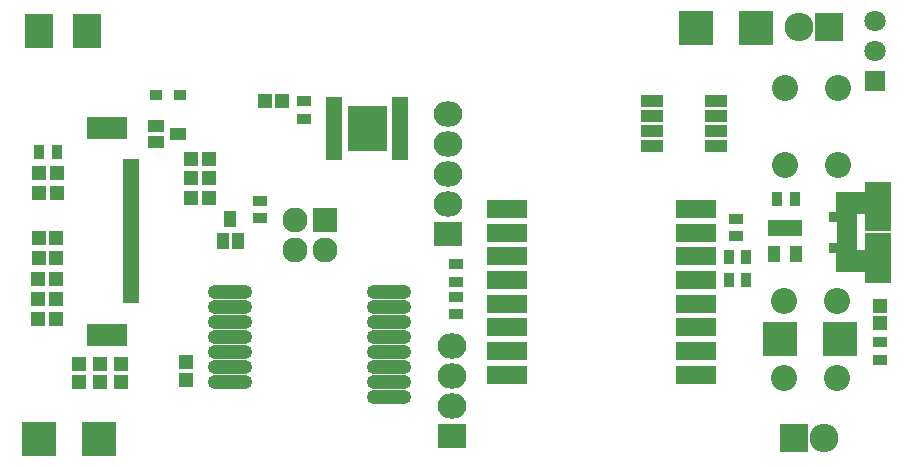
<source format=gbs>
G04 #@! TF.FileFunction,Soldermask,Bot*
%FSLAX46Y46*%
G04 Gerber Fmt 4.6, Leading zero omitted, Abs format (unit mm)*
G04 Created by KiCad (PCBNEW (2015-04-29 BZR 5630)-product) date Mon 29 Jun 2015 10:52:54 BST*
%MOMM*%
G01*
G04 APERTURE LIST*
%ADD10C,0.150000*%
%ADD11R,2.297380X1.573480*%
%ADD12R,2.297380X2.774900*%
%ADD13R,2.500580X1.873200*%
%ADD14R,2.400000X0.849580*%
%ADD15R,1.779220X0.849580*%
%ADD16R,2.950160X2.899360*%
%ADD17R,1.150000X1.200000*%
%ADD18R,1.200000X1.150000*%
%ADD19R,1.197560X1.197560*%
%ADD20R,2.432000X2.127200*%
%ADD21O,2.432000X2.127200*%
%ADD22R,3.400000X1.600000*%
%ADD23R,1.300000X0.900000*%
%ADD24R,0.900000X1.300000*%
%ADD25R,1.050000X1.460000*%
%ADD26O,3.752800X1.212800*%
%ADD27R,1.950000X1.000000*%
%ADD28R,0.999440X1.400760*%
%ADD29R,0.990000X0.850000*%
%ADD30R,2.400000X2.900000*%
%ADD31R,1.400760X0.999440*%
%ADD32R,1.450000X0.850000*%
%ADD33R,1.870000X1.295000*%
%ADD34R,1.797000X1.797000*%
%ADD35C,1.797000*%
%ADD36C,2.200860*%
%ADD37R,2.432000X2.432000*%
%ADD38O,2.432000X2.432000*%
%ADD39R,2.127200X2.127200*%
%ADD40O,2.127200X2.127200*%
%ADD41R,1.400760X0.669240*%
%ADD42R,3.400000X1.900000*%
G04 APERTURE END LIST*
D10*
D11*
X132232400Y-60833000D03*
X132232400Y-62509400D03*
D12*
X132232400Y-64584580D03*
X132232400Y-58757820D03*
D13*
X129933700Y-64132460D03*
X129933700Y-59209940D03*
D14*
X129273020Y-60370720D03*
D15*
X129573020Y-61020960D03*
X129573020Y-61671200D03*
X129573020Y-62321440D03*
D14*
X129273020Y-62971680D03*
D16*
X123916440Y-70713600D03*
X128965960Y-70713600D03*
D17*
X73609200Y-74156000D03*
X73609200Y-72656000D03*
D16*
X116804440Y-44348400D03*
X121853960Y-44348400D03*
D18*
X80276000Y-50546000D03*
X81776000Y-50546000D03*
D16*
X61178440Y-79146400D03*
X66227960Y-79146400D03*
D18*
X62573600Y-68986400D03*
X61073600Y-68986400D03*
X62573600Y-67310000D03*
X61073600Y-67310000D03*
X62624400Y-63855600D03*
X61124400Y-63855600D03*
X62624400Y-62179200D03*
X61124400Y-62179200D03*
X62675200Y-58369200D03*
X61175200Y-58369200D03*
X62573600Y-65582800D03*
X61073600Y-65582800D03*
X62675200Y-56642000D03*
X61175200Y-56642000D03*
D19*
X132384800Y-67881500D03*
X132384800Y-69380100D03*
D20*
X96113600Y-78892400D03*
D21*
X96113600Y-76352400D03*
X96113600Y-73812400D03*
X96113600Y-71272400D03*
D22*
X100813600Y-73716400D03*
X100813600Y-71716400D03*
X100813600Y-69716400D03*
X100813600Y-67716400D03*
X100813600Y-65716400D03*
X100813600Y-63716400D03*
X100813600Y-61716400D03*
X100813600Y-59716400D03*
X116813600Y-59716400D03*
X116813600Y-61716400D03*
X116813600Y-65716400D03*
X116813600Y-67716400D03*
X116813600Y-69716400D03*
X116813600Y-71716400D03*
X116813600Y-73716400D03*
X116813600Y-63716400D03*
D23*
X96469200Y-65875600D03*
X96469200Y-64375600D03*
X96469200Y-67118800D03*
X96469200Y-68618800D03*
X132384800Y-70979600D03*
X132384800Y-72479600D03*
X79857600Y-60490800D03*
X79857600Y-58990800D03*
D24*
X123659200Y-58877200D03*
X125159200Y-58877200D03*
X119544400Y-63754000D03*
X121044400Y-63754000D03*
D23*
X120192800Y-60514800D03*
X120192800Y-62014800D03*
D24*
X119544400Y-65735200D03*
X121044400Y-65735200D03*
D23*
X83616800Y-52058000D03*
X83616800Y-50558000D03*
D24*
X62675200Y-54864000D03*
X61175200Y-54864000D03*
D25*
X123357600Y-61333200D03*
X124307600Y-61333200D03*
X125257600Y-61333200D03*
X125257600Y-63533200D03*
X123357600Y-63533200D03*
D26*
X90779600Y-66700400D03*
X90779600Y-67970400D03*
X90779600Y-69240400D03*
X90779600Y-70510400D03*
X90779600Y-71780400D03*
X90779600Y-73050400D03*
X90779600Y-74320400D03*
X90779600Y-75590400D03*
X77368400Y-74345800D03*
X77368400Y-73075800D03*
X77368400Y-71805800D03*
X77368400Y-70535800D03*
X77368400Y-69265800D03*
X77368400Y-67995800D03*
X77368400Y-66700400D03*
D27*
X118473200Y-50571400D03*
X118473200Y-51841400D03*
X118473200Y-53111400D03*
X118473200Y-54381400D03*
X113073200Y-54381400D03*
X113073200Y-53111400D03*
X113073200Y-51841400D03*
X113073200Y-50571400D03*
D18*
X74027600Y-55473600D03*
X75527600Y-55473600D03*
D17*
X68122800Y-72808400D03*
X68122800Y-74308400D03*
X64566800Y-72808400D03*
X64566800Y-74308400D03*
X66294000Y-72808400D03*
X66294000Y-74308400D03*
D28*
X76718160Y-62417960D03*
X78018640Y-62417960D03*
X77368400Y-60518040D03*
D29*
X71030200Y-50038000D03*
X73140200Y-50038000D03*
D30*
X65195200Y-44653200D03*
X61195200Y-44653200D03*
D20*
X95758000Y-61772800D03*
D21*
X95758000Y-59232800D03*
X95758000Y-56692800D03*
X95758000Y-54152800D03*
X95758000Y-51612800D03*
D31*
X71033640Y-52689760D03*
X71033640Y-53990240D03*
X72933560Y-53340000D03*
D32*
X86175800Y-55157800D03*
X86175800Y-54507800D03*
X86175800Y-53857800D03*
X86175800Y-53207800D03*
X86175800Y-52557800D03*
X86175800Y-51907800D03*
X86175800Y-51257800D03*
X86175800Y-50607800D03*
X91725800Y-50607800D03*
X91725800Y-51257800D03*
X91725800Y-51907800D03*
X91725800Y-52557800D03*
X91725800Y-53207800D03*
X91725800Y-53857800D03*
X91725800Y-54507800D03*
X91725800Y-55157800D03*
D33*
X89685800Y-51540300D03*
X89685800Y-52435300D03*
X89685800Y-53330300D03*
X89685800Y-54225300D03*
X88215800Y-51540300D03*
X88215800Y-52435300D03*
X88215800Y-53330300D03*
X88215800Y-54225300D03*
D18*
X74027600Y-57099200D03*
X75527600Y-57099200D03*
X74027600Y-58724800D03*
X75527600Y-58724800D03*
D34*
X131927600Y-48869600D03*
D35*
X131927600Y-46329600D03*
X131927600Y-43789600D03*
D36*
X124307600Y-55930800D03*
X124307600Y-49428400D03*
X128808480Y-55930800D03*
X128808480Y-49428400D03*
X124206000Y-73964800D03*
X124206000Y-67462400D03*
X128706880Y-73964800D03*
X128706880Y-67462400D03*
D37*
X128016000Y-44297600D03*
D38*
X125476000Y-44297600D03*
D39*
X85394800Y-60604400D03*
D40*
X82854800Y-60604400D03*
X85394800Y-63144400D03*
X82854800Y-63144400D03*
D37*
X125069600Y-79095600D03*
D38*
X127609600Y-79095600D03*
D41*
X68948800Y-55836800D03*
X68948800Y-56336800D03*
X68948800Y-56836800D03*
X68948800Y-57336800D03*
X68948800Y-57836800D03*
X68948800Y-58336800D03*
X68948800Y-58836800D03*
X68948800Y-59336800D03*
X68948800Y-59836800D03*
X68948800Y-60336800D03*
X68948800Y-60836800D03*
X68948800Y-61336800D03*
X68948800Y-61836800D03*
X68948800Y-62336800D03*
X68948800Y-62836800D03*
X68948800Y-63336800D03*
X68948800Y-63836800D03*
X68948800Y-64336800D03*
X68948800Y-64836800D03*
X68948800Y-65336800D03*
X68948800Y-65836800D03*
X68948800Y-66336800D03*
X68948800Y-66836800D03*
X68948800Y-67336800D03*
D42*
X66948800Y-70336800D03*
X66948800Y-52836800D03*
M02*

</source>
